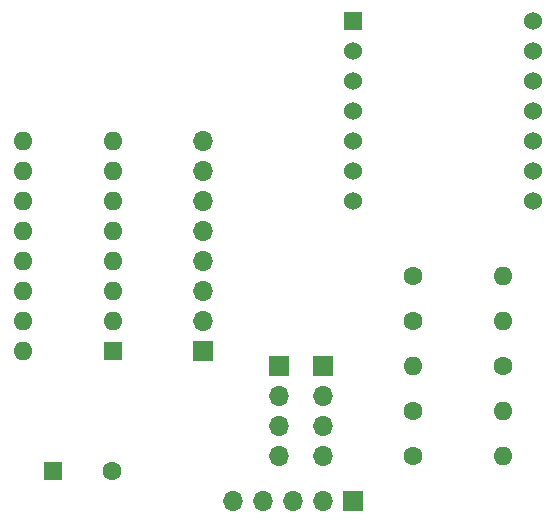
<source format=gts>
%TF.GenerationSoftware,KiCad,Pcbnew,7.0.7*%
%TF.CreationDate,2024-02-28T11:46:37+01:00*%
%TF.ProjectId,brick_test,62726963-6b5f-4746-9573-742e6b696361,rev?*%
%TF.SameCoordinates,Original*%
%TF.FileFunction,Soldermask,Top*%
%TF.FilePolarity,Negative*%
%FSLAX46Y46*%
G04 Gerber Fmt 4.6, Leading zero omitted, Abs format (unit mm)*
G04 Created by KiCad (PCBNEW 7.0.7) date 2024-02-28 11:46:37*
%MOMM*%
%LPD*%
G01*
G04 APERTURE LIST*
%ADD10C,1.600000*%
%ADD11O,1.600000X1.600000*%
%ADD12R,1.700000X1.700000*%
%ADD13O,1.700000X1.700000*%
%ADD14R,1.530000X1.530000*%
%ADD15C,1.530000*%
%ADD16R,1.600000X1.600000*%
G04 APERTURE END LIST*
D10*
X63500000Y-58420000D03*
D11*
X71120000Y-58420000D03*
D10*
X63500000Y-69850000D03*
D11*
X71120000Y-69850000D03*
D12*
X58420000Y-73660000D03*
D13*
X55880000Y-73660000D03*
X53340000Y-73660000D03*
X50800000Y-73660000D03*
X48260000Y-73660000D03*
D12*
X45720000Y-60960000D03*
D13*
X45720000Y-58420000D03*
X45720000Y-55880000D03*
X45720000Y-53340000D03*
X45720000Y-50800000D03*
X45720000Y-48260000D03*
X45720000Y-45720000D03*
X45720000Y-43180000D03*
D10*
X63500000Y-66040000D03*
D11*
X71120000Y-66040000D03*
D12*
X55880000Y-62230000D03*
D13*
X55880000Y-64770000D03*
X55880000Y-67310000D03*
X55880000Y-69850000D03*
D12*
X52146700Y-62230000D03*
D13*
X52146700Y-64770000D03*
X52146700Y-67310000D03*
X52146700Y-69850000D03*
D14*
X58420000Y-33020000D03*
D15*
X58420000Y-35560000D03*
X58420000Y-38100000D03*
X58420000Y-40640000D03*
X58420000Y-43180000D03*
X58420000Y-45720000D03*
X58420000Y-48260000D03*
X73660000Y-48260000D03*
X73660000Y-45720000D03*
X73660000Y-43180000D03*
X73660000Y-40640000D03*
X73660000Y-38100000D03*
X73660000Y-35560000D03*
X73660000Y-33020000D03*
D16*
X33020000Y-71120000D03*
D10*
X38020000Y-71120000D03*
X63500000Y-54610000D03*
D11*
X71120000Y-54610000D03*
D16*
X38100000Y-60960000D03*
D11*
X38100000Y-58420000D03*
X38100000Y-55880000D03*
X38100000Y-53340000D03*
X38100000Y-50800000D03*
X38100000Y-48260000D03*
X38100000Y-45720000D03*
X38100000Y-43180000D03*
X30480000Y-43180000D03*
X30480000Y-45720000D03*
X30480000Y-48260000D03*
X30480000Y-50800000D03*
X30480000Y-53340000D03*
X30480000Y-55880000D03*
X30480000Y-58420000D03*
X30480000Y-60960000D03*
D10*
X71120000Y-62230000D03*
D11*
X63500000Y-62230000D03*
M02*

</source>
